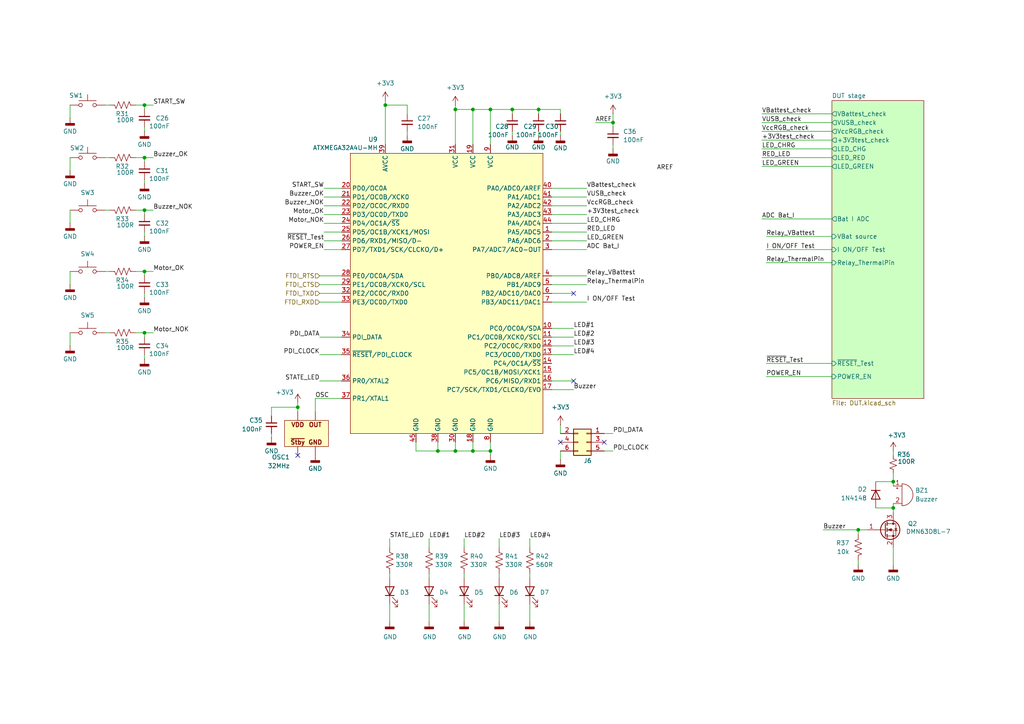
<source format=kicad_sch>
(kicad_sch (version 20250114) (generator "eeschema") (generator_version "9.0")
  (paper "A4")
  (lib_symbols
    (symbol "Connector_Generic:Conn_02x03_Odd_Even" (pin_names (offset 1.016) (hide yes))
      (property "Reference" "J" (at 1.27 5.08 0))
      (property "Value" "Conn_02x03_Odd_Even" (at 1.27 -5.08 0))
      (symbol "Conn_02x03_Odd_Even_1_1"
        (rectangle (start -1.27 3.81) (end 3.81 -3.81) (stroke (width 0.254)) (fill (type background)))
        (rectangle (start -1.27 2.667) (end 0 2.413) (stroke (width 0.1524)))
        (rectangle (start -1.27 0.127) (end 0 -0.127) (stroke (width 0.1524)))
        (rectangle (start -1.27 -2.413) (end 0 -2.667) (stroke (width 0.1524)))
        (rectangle (start 3.81 2.667) (end 2.54 2.413) (stroke (width 0.1524)))
        (rectangle (start 3.81 0.127) (end 2.54 -0.127) (stroke (width 0.1524)))
        (rectangle (start 3.81 -2.413) (end 2.54 -2.667) (stroke (width 0.1524)))
        (pin passive line (at -5.08 2.54 0) (length 3.81) (name "Pin_1") (number "1"))
        (pin passive line (at -5.08 0 0) (length 3.81) (name "Pin_3") (number "3"))
        (pin passive line (at -5.08 -2.54 0) (length 3.81) (name "Pin_5") (number "5"))
        (pin passive line (at 7.62 2.54 180) (length 3.81) (name "Pin_2") (number "2"))
        (pin passive line (at 7.62 0 180) (length 3.81) (name "Pin_4") (number "4"))
        (pin passive line (at 7.62 -2.54 180) (length 3.81) (name "Pin_6") (number "6"))
      )
    )
    (symbol "Device:Buzzer" (pin_names (offset 0.0254) (hide yes))
      (property "Reference" "BZ1" (at 3.81 1.2701 0))
      (property "Value" "Buzzer" (at 3.81 -1.2699 0))
      (symbol "Buzzer_0_1"
        (polyline (pts (xy -1.651 1.905) (xy -1.143 1.905)))
        (polyline (pts (xy -1.397 2.159) (xy -1.397 1.651)))
        (arc (start 0 3.175) (mid 3.1612 0) (end 0 -3.175))
        (polyline (pts (xy 0 3.175) (xy 0 -3.175)))
      )
      (symbol "Buzzer_1_1"
        (pin passive line (at -2.54 2.54 0) (length 2.54) (name "+") (number "1"))
        (pin passive line (at -2.54 -2.54 0) (length 2.54) (name "-") (number "2"))
        (pin passive line (at 1.27 -5.08 0) (length 2.54) (hide yes) (name "n.c.") (number "3"))
      )
    )
    (symbol "Device:C_Small" (pin_numbers (hide yes)) (pin_names (offset 0.254) (hide yes))
      (property "Reference" "C" (at 0.254 1.778 0))
      (property "Value" "C_Small" (at 0.254 -2.032 0))
      (symbol "C_Small_0_1"
        (polyline (pts (xy -1.524 0.508) (xy 1.524 0.508)) (stroke (width 0.3048)))
        (polyline (pts (xy -1.524 -0.508) (xy 1.524 -0.508)) (stroke (width 0.3302)))
      )
      (symbol "C_Small_1_1"
        (pin passive line (at 0 2.54 270) (length 2.032) (name "~") (number "1"))
        (pin passive line (at 0 -2.54 90) (length 2.032) (name "~") (number "2"))
      )
    )
    (symbol "Device:LED" (pin_numbers (hide yes)) (pin_names (offset 1.016) (hide yes))
      (property "Reference" "D" (at 0 2.54 0))
      (property "Value" "LED" (at 0 -2.54 0))
      (symbol "LED_0_1"
        (polyline (pts (xy -3.048 -0.762) (xy -4.572 -2.286) (xy -3.81 -2.286) (xy -4.572 -2.286) (xy -4.572 -1.524)))
        (polyline (pts (xy -1.778 -0.762) (xy -3.302 -2.286) (xy -2.54 -2.286) (xy -3.302 -2.286) (xy -3.302 -1.524)))
        (polyline (pts (xy -1.27 0) (xy 1.27 0)))
        (polyline (pts (xy -1.27 -1.27) (xy -1.27 1.27)) (stroke (width 0.254)))
        (polyline (pts (xy 1.27 -1.27) (xy 1.27 1.27) (xy -1.27 0) (xy 1.27 -1.27)) (stroke (width 0.254)))
      )
      (symbol "LED_1_1"
        (pin passive line (at -3.81 0 0) (length 2.54) (name "K") (number "1"))
        (pin passive line (at 3.81 0 180) (length 2.54) (name "A") (number "2"))
      )
    )
    (symbol "Device:R_Small_US" (pin_numbers (hide yes)) (pin_names (offset 0.254) (hide yes))
      (property "Reference" "R" (at 0.762 0.508 0))
      (property "Value" "R_Small_US" (at 0.762 -1.016 0))
      (symbol "R_Small_US_1_1"
        (polyline (pts (xy 0 1.524) (xy 1.016 1.143) (xy 0 0.762) (xy -1.016 0.381) (xy 0 0)))
        (polyline (pts (xy 0 0) (xy 1.016 -0.381) (xy 0 -0.762) (xy -1.016 -1.143) (xy 0 -1.524)))
        (pin passive line (at 0 2.54 270) (length 1.016) (name "~") (number "1"))
        (pin passive line (at 0 -2.54 90) (length 1.016) (name "~") (number "2"))
      )
    )
    (symbol "Device:R_US" (pin_numbers (hide yes)) (pin_names (offset 0))
      (property "Reference" "R" (at 2.54 0 90))
      (property "Value" "R_US" (at -2.54 0 90))
      (symbol "R_US_0_1"
        (polyline (pts (xy 0 2.286) (xy 0 2.54)))
        (polyline (pts (xy 0 2.286) (xy 1.016 1.905) (xy 0 1.524) (xy -1.016 1.143) (xy 0 0.762)))
        (polyline (pts (xy 0 0.762) (xy 1.016 0.381) (xy 0 0) (xy -1.016 -0.381) (xy 0 -0.762)))
        (polyline (pts (xy 0 -0.762) (xy 1.016 -1.143) (xy 0 -1.524) (xy -1.016 -1.905) (xy 0 -2.286)))
        (polyline (pts (xy 0 -2.286) (xy 0 -2.54)))
      )
      (symbol "R_US_1_1"
        (pin passive line (at 0 3.81 270) (length 1.27) (name "~") (number "1"))
        (pin passive line (at 0 -3.81 90) (length 1.27) (name "~") (number "2"))
      )
    )
    (symbol "Diode:1N4148W" (pin_numbers (hide yes)) (pin_names (hide yes))
      (property "Reference" "D" (at 0 2.54 0))
      (property "Value" "1N4148W" (at 0 -2.54 0))
      (symbol "1N4148W_0_1"
        (polyline (pts (xy -1.27 1.27) (xy -1.27 -1.27)) (stroke (width 0.254)))
        (polyline (pts (xy 1.27 1.27) (xy 1.27 -1.27) (xy -1.27 0) (xy 1.27 1.27)) (stroke (width 0.254)))
        (polyline (pts (xy 1.27 0) (xy -1.27 0)))
      )
      (symbol "1N4148W_1_1"
        (pin passive line (at -3.81 0 0) (length 2.54) (name "K") (number "1"))
        (pin passive line (at 3.81 0 180) (length 2.54) (name "A") (number "2"))
      )
    )
    (symbol "FED3 SymbLib:ATXMEGA32A4U"
      (property "Reference" "U" (at 25.0541 52.2775 0))
      (property "Value" "ATXMEGA32A4U-MH" (at 25.0541 49.8532 0))
      (symbol "ATXMEGA32A4U_1_0"
        (rectangle (start -22.86 48.26) (end 33.02 -33.02) (fill (type background)))
        (pin passive line (at -25.4 38.1 0) (length 2.54) (name "PA0/ADC0/AREF") (number "40"))
        (pin passive line (at -25.4 35.56 0) (length 2.54) (name "PA1/ADC1") (number "41"))
        (pin passive line (at -25.4 33.02 0) (length 2.54) (name "PA2/ADC2") (number "42"))
        (pin passive line (at -25.4 30.48 0) (length 2.54) (name "PA3/ADC3") (number "43"))
        (pin passive line (at -25.4 27.94 0) (length 2.54) (name "PA4/ADC4") (number "44"))
        (pin passive line (at -25.4 25.4 0) (length 2.54) (name "PA5/ADC5") (number "1"))
        (pin passive line (at -25.4 22.86 0) (length 2.54) (name "PA6/ADC6") (number "2"))
        (pin passive line (at -25.4 20.32 0) (length 2.54) (name "PA7/ADC7/AC0-OUT") (number "3"))
        (pin passive line (at -25.4 12.7 0) (length 2.54) (name "PB0/ADC8/AREF") (number "4"))
        (pin passive line (at -25.4 10.16 0) (length 2.54) (name "PB1/ADC9") (number "5"))
        (pin passive line (at -25.4 7.62 0) (length 2.54) (name "PB2/ADC10/DAC0") (number "6"))
        (pin passive line (at -25.4 5.08 0) (length 2.54) (name "PB3/ADC11/DAC1") (number "7"))
        (pin passive line (at -25.4 -2.54 0) (length 2.54) (name "PC0/OC0A/SDA") (number "10"))
        (pin passive line (at -25.4 -5.08 0) (length 2.54) (name "PC1/OC0B/XCK0/SCL") (number "11"))
        (pin passive line (at -25.4 -7.62 0) (length 2.54) (name "PC2/OC0C/RXD0") (number "12"))
        (pin passive line (at -25.4 -10.16 0) (length 2.54) (name "PC3/OC0D/TXD0") (number "13"))
        (pin passive line (at -25.4 -12.7 0) (length 2.54) (name "PC4/OC1A/~{SS}") (number "14"))
        (pin passive line (at -25.4 -15.24 0) (length 2.54) (name "PC5/OC1B/MOSI/XCK1") (number "15"))
        (pin passive line (at -25.4 -17.78 0) (length 2.54) (name "PC6/MISO/RXD1") (number "16"))
        (pin passive line (at -25.4 -20.32 0) (length 2.54) (name "PC7/SCK/TXD1/CLCKO/EVO") (number "17"))
        (pin passive line (at -7.62 50.8 270) (length 2.54) (name "VCC") (number "9"))
        (pin passive line (at -7.62 -35.56 90) (length 2.54) (name "GND") (number "8"))
        (pin passive line (at -2.54 50.8 270) (length 2.54) (name "VCC") (number "19"))
        (pin passive line (at -2.54 -35.56 90) (length 2.54) (name "GND") (number "18"))
        (pin passive line (at 2.54 50.8 270) (length 2.54) (name "VCC") (number "31"))
        (pin passive line (at 2.54 -35.56 90) (length 2.54) (name "GND") (number "30"))
        (pin passive line (at 7.62 -35.56 90) (length 2.54) (name "GND") (number "38"))
        (pin passive line (at 13.97 -35.56 90) (length 2.54) (name "GND") (number "45"))
        (pin passive line (at 22.86 50.8 270) (length 2.54) (name "AVCC") (number "39"))
        (pin passive line (at 35.56 38.1 180) (length 2.54) (name "PD0/OC0A") (number "20"))
        (pin passive line (at 35.56 35.56 180) (length 2.54) (name "PD1/OC0B/XCK0") (number "21"))
        (pin passive line (at 35.56 33.02 180) (length 2.54) (name "PD2/OC0C/RXD0") (number "22"))
        (pin passive line (at 35.56 30.48 180) (length 2.54) (name "PD3/OC0D/TXD0") (number "23"))
        (pin passive line (at 35.56 27.94 180) (length 2.54) (name "PD4/OC1A/~{SS}") (number "24"))
        (pin passive line (at 35.56 25.4 180) (length 2.54) (name "PD5/OC1B/XCK1/MOSI") (number "25"))
        (pin passive line (at 35.56 22.86 180) (length 2.54) (name "PD6/RXD1/MISO/D-") (number "26"))
        (pin passive line (at 35.56 20.32 180) (length 2.54) (name "PD7/TXD1/SCK/CLCKO/D+") (number "27"))
        (pin passive line (at 35.56 12.7 180) (length 2.54) (name "PE0/OC0A/SDA") (number "28"))
        (pin passive line (at 35.56 10.16 180) (length 2.54) (name "PE1/OC0B/XCK0/SCL") (number "29"))
        (pin passive line (at 35.56 7.62 180) (length 2.54) (name "PE2/OC0C/RXD0") (number "32"))
        (pin passive line (at 35.56 5.08 180) (length 2.54) (name "PE3/OC0D/TXD0") (number "33"))
        (pin passive line (at 35.56 -5.08 180) (length 2.54) (name "PDI_DATA") (number "34"))
        (pin passive line (at 35.56 -10.16 180) (length 2.54) (name "~{RESET}/PDI_CLOCK") (number "35"))
        (pin passive line (at 35.56 -17.78 180) (length 2.54) (name "PR0/XTAL2") (number "36"))
        (pin passive line (at 35.56 -22.86 180) (length 2.54) (name "PR1/XTAL1") (number "37"))
      )
    )
    (symbol "FED3 SymbLib:OSC_1"
      (property "Reference" "OSC1" (at 4.826 -8.128 0))
      (property "Value" "32MHz" (at 4.826 -10.668 0))
      (symbol "OSC_1_1_0"
        (rectangle (start 6.35 2.54) (end -6.35 -5.08) (fill (type background)))
        (pin passive line (at -2.54 5.08 270) (length 2.54) (name "OUT") (number "3"))
        (pin passive line (at -2.54 -7.62 90) (length 2.54) (name "GND") (number "2"))
        (pin passive line (at 2.54 5.08 270) (length 2.54) (name "VDD") (number "4"))
        (pin passive line (at 2.54 -7.62 90) (length 2.54) (name "~{Stby}") (number "1"))
      )
      (symbol "OSC_1_1_1"
        (text "OUT" (at -2.54 1.27 0) (effects (font (size 1.27 1.27) (bold yes))))
        (text "GND" (at -2.54 -3.81 0) (effects (font (size 1.27 1.27) (bold yes))))
        (text "VDD" (at 2.54 1.27 0) (effects (font (size 1.27 1.27) (bold yes))))
        (text "~{Stby}" (at 2.54 -3.81 0) (effects (font (size 1.27 1.27) (bold yes))))
      )
    )
    (symbol "Switch:SW_Push" (pin_numbers (hide yes)) (pin_names (offset 1.016) (hide yes))
      (property "Reference" "SW" (at 1.27 2.54 0))
      (property "Value" "SW_Push" (at 0 -1.524 0))
      (symbol "SW_Push_0_1"
        (circle (center -2.032 0) (radius 0.508))
        (polyline (pts (xy 0 1.27) (xy 0 3.048)))
        (circle (center 2.032 0) (radius 0.508))
        (polyline (pts (xy 2.54 1.27) (xy -2.54 1.27)))
        (pin passive line (at -5.08 0 0) (length 2.54) (name "1") (number "1"))
        (pin passive line (at 5.08 0 180) (length 2.54) (name "2") (number "2"))
      )
    )
    (symbol "Transistor_FET:IRLML2060" (pin_names (offset 0) (hide yes))
      (property "Reference" "Q?" (at -2.286 -2.54 0))
      (property "Value" "DMN63D8L-7" (at -4.064 -5.08 0))
      (symbol "IRLML2060_0_1"
        (polyline (pts (xy 0.254 1.905) (xy 0.254 -1.905)) (stroke (width 0.254)))
        (polyline (pts (xy 0.254 0) (xy -2.54 0)))
        (polyline (pts (xy 0.762 2.286) (xy 0.762 1.27)) (stroke (width 0.254)))
        (polyline (pts (xy 0.762 0.508) (xy 0.762 -0.508)) (stroke (width 0.254)))
        (polyline (pts (xy 0.762 -1.27) (xy 0.762 -2.286)) (stroke (width 0.254)))
        (polyline (pts (xy 0.762 -1.778) (xy 3.302 -1.778) (xy 3.302 1.778) (xy 0.762 1.778)))
        (polyline (pts (xy 1.016 0) (xy 2.032 0.381) (xy 2.032 -0.381) (xy 1.016 0)) (fill (type outline)))
        (circle (center 1.651 0) (radius 2.794) (stroke (width 0.254)))
        (polyline (pts (xy 2.54 2.54) (xy 2.54 1.778)))
        (circle (center 2.54 1.778) (radius 0.254) (fill (type outline)))
        (circle (center 2.54 -1.778) (radius 0.254) (fill (type outline)))
        (polyline (pts (xy 2.54 -2.54) (xy 2.54 0) (xy 0.762 0)))
        (polyline (pts (xy 2.921 0.381) (xy 3.683 0.381)))
        (polyline (pts (xy 3.302 0.381) (xy 2.921 -0.254) (xy 3.683 -0.254) (xy 3.302 0.381)))
      )
      (symbol "IRLML2060_1_1"
        (pin input line (at -5.08 0 0) (length 2.54) (name "G") (number "1"))
        (pin passive line (at 2.54 5.08 270) (length 2.54) (name "D") (number "3"))
        (pin passive line (at 2.54 -5.08 90) (length 2.54) (name "S") (number "2"))
      )
    )
    (symbol "power:+3V3" (power) (pin_numbers (hide yes)) (pin_names (offset 0) (hide yes))
      (property "Value" "+3V3" (at 0 3.556 0))
      (symbol "+3V3_0_1"
        (polyline (pts (xy -0.762 1.27) (xy 0 2.54)))
        (polyline (pts (xy 0 2.54) (xy 0.762 1.27)))
        (polyline (pts (xy 0 0) (xy 0 2.54)))
      )
      (symbol "+3V3_1_1"
        (pin power_in line (at 0 0 90) (length 0) (name "~") (number "1"))
      )
    )
    (symbol "power:GNDD" (power) (pin_numbers (hide yes)) (pin_names (offset 0) (hide yes))
      (property "Value" "GNDD" (at 0 -3.175 0))
      (symbol "GNDD_0_1"
        (rectangle (start -1.27 -1.524) (end 1.27 -2.032) (stroke (width 0.254)) (fill (type outline)))
        (polyline (pts (xy 0 0) (xy 0 -1.524)))
      )
      (symbol "GNDD_1_1"
        (pin power_in line (at 0 0 270) (length 0) (name "~") (number "1"))
      )
    )
  )
  (junction (at 248.92 153.67))
  (junction (at 41.91 45.72))
  (junction (at 156.21 31.75))
  (junction (at 259.08 139.7))
  (junction (at 259.08 147.32))
  (junction (at 132.08 31.75))
  (junction (at 111.76 30.48))
  (junction (at 132.08 130.81))
  (junction (at 41.91 96.52))
  (junction (at 142.24 130.81))
  (junction (at 41.91 60.96))
  (junction (at 41.91 78.74))
  (junction (at 177.8 35.56))
  (junction (at 142.24 31.75))
  (junction (at 41.91 30.48))
  (junction (at 86.36 118.11))
  (junction (at 127 130.81))
  (junction (at 137.16 130.81))
  (junction (at 137.16 31.75))
  (junction (at 148.59 31.75))
  (no_connect (at 166.37 85.09))
  (no_connect (at 162.56 128.27))
  (no_connect (at 175.26 128.27))
  (no_connect (at 166.37 110.49))
  (no_connect (at 86.36 132.08))
  (wire (pts (xy 99.06 87.63) (xy 92.71 87.63)))
  (wire (pts (xy 153.67 180.34) (xy 153.67 175.26)))
  (wire (pts (xy 124.46 156.21) (xy 124.46 158.75)))
  (wire (pts (xy 93.98 69.85) (xy 99.06 69.85)))
  (wire (pts (xy 156.21 33.02) (xy 156.21 31.75)))
  (wire (pts (xy 91.44 115.57) (xy 91.44 119.38)))
  (wire (pts (xy 259.08 137.16) (xy 259.08 139.7)))
  (wire (pts (xy 99.06 97.79) (xy 92.71 97.79)))
  (wire (pts (xy 132.08 31.75) (xy 132.08 41.91)))
  (wire (pts (xy 162.56 39.37) (xy 162.56 38.1)))
  (wire (pts (xy 113.03 180.34) (xy 113.03 175.26)))
  (wire (pts (xy 170.18 80.01) (xy 160.02 80.01)))
  (wire (pts (xy 93.98 67.31) (xy 99.06 67.31)))
  (wire (pts (xy 120.65 128.27) (xy 120.65 130.81)))
  (wire (pts (xy 162.56 130.81) (xy 162.56 133.35)))
  (wire (pts (xy 124.46 180.34) (xy 124.46 175.26)))
  (wire (pts (xy 137.16 128.27) (xy 137.16 130.81)))
  (wire (pts (xy 160.02 113.03) (xy 166.37 113.03)))
  (wire (pts (xy 222.25 76.2) (xy 241.3 76.2)))
  (wire (pts (xy 120.65 130.81) (xy 127 130.81)))
  (wire (pts (xy 41.91 45.72) (xy 44.45 45.72)))
  (wire (pts (xy 177.8 125.73) (xy 175.26 125.73)))
  (wire (pts (xy 41.91 60.96) (xy 41.91 62.23)))
  (wire (pts (xy 170.18 62.23) (xy 160.02 62.23)))
  (wire (pts (xy 41.91 30.48) (xy 41.91 31.75)))
  (wire (pts (xy 166.37 95.25) (xy 160.02 95.25)))
  (wire (pts (xy 99.06 80.01) (xy 92.71 80.01)))
  (wire (pts (xy 156.21 31.75) (xy 162.56 31.75)))
  (wire (pts (xy 39.37 78.74) (xy 41.91 78.74)))
  (wire (pts (xy 220.98 45.72) (xy 241.3 45.72)))
  (wire (pts (xy 238.76 153.67) (xy 248.92 153.67)))
  (wire (pts (xy 118.11 33.02) (xy 118.11 30.48)))
  (wire (pts (xy 92.71 110.49) (xy 99.06 110.49)))
  (wire (pts (xy 153.67 156.21) (xy 153.67 158.75)))
  (wire (pts (xy 41.91 104.14) (xy 41.91 102.87)))
  (wire (pts (xy 132.08 128.27) (xy 132.08 130.81)))
  (wire (pts (xy 93.98 59.69) (xy 99.06 59.69)))
  (wire (pts (xy 118.11 38.1) (xy 118.11 39.37)))
  (wire (pts (xy 148.59 31.75) (xy 142.24 31.75)))
  (wire (pts (xy 222.25 72.39) (xy 241.3 72.39)))
  (wire (pts (xy 20.32 60.96) (xy 20.32 64.77)))
  (wire (pts (xy 148.59 31.75) (xy 156.21 31.75)))
  (wire (pts (xy 132.08 130.81) (xy 137.16 130.81)))
  (wire (pts (xy 222.25 105.41) (xy 241.3 105.41)))
  (wire (pts (xy 177.8 35.56) (xy 177.8 36.83)))
  (wire (pts (xy 259.08 163.83) (xy 259.08 158.75)))
  (wire (pts (xy 220.98 63.5) (xy 241.3 63.5)))
  (wire (pts (xy 220.98 40.64) (xy 241.3 40.64)))
  (wire (pts (xy 170.18 82.55) (xy 160.02 82.55)))
  (wire (pts (xy 41.91 86.36) (xy 41.91 85.09)))
  (wire (pts (xy 134.62 166.37) (xy 134.62 167.64)))
  (wire (pts (xy 86.36 116.84) (xy 86.36 118.11)))
  (wire (pts (xy 41.91 53.34) (xy 41.91 52.07)))
  (wire (pts (xy 93.98 62.23) (xy 99.06 62.23)))
  (wire (pts (xy 172.72 35.56) (xy 177.8 35.56)))
  (wire (pts (xy 166.37 85.09) (xy 160.02 85.09)))
  (wire (pts (xy 144.78 180.34) (xy 144.78 175.26)))
  (wire (pts (xy 39.37 96.52) (xy 41.91 96.52)))
  (wire (pts (xy 177.8 33.02) (xy 177.8 35.56)))
  (wire (pts (xy 220.98 38.1) (xy 241.3 38.1)))
  (wire (pts (xy 20.32 96.52) (xy 20.32 100.33)))
  (wire (pts (xy 177.8 130.81) (xy 175.26 130.81)))
  (wire (pts (xy 170.18 87.63) (xy 160.02 87.63)))
  (wire (pts (xy 41.91 38.1) (xy 41.91 36.83)))
  (wire (pts (xy 254 139.7) (xy 259.08 139.7)))
  (wire (pts (xy 93.98 57.15) (xy 99.06 57.15)))
  (wire (pts (xy 39.37 45.72) (xy 41.91 45.72)))
  (wire (pts (xy 170.18 57.15) (xy 160.02 57.15)))
  (wire (pts (xy 170.18 69.85) (xy 160.02 69.85)))
  (wire (pts (xy 99.06 102.87) (xy 92.71 102.87)))
  (wire (pts (xy 99.06 85.09) (xy 92.71 85.09)))
  (wire (pts (xy 20.32 78.74) (xy 20.32 82.55)))
  (wire (pts (xy 113.03 166.37) (xy 113.03 167.64)))
  (wire (pts (xy 41.91 45.72) (xy 41.91 46.99)))
  (wire (pts (xy 41.91 96.52) (xy 44.45 96.52)))
  (wire (pts (xy 111.76 30.48) (xy 111.76 41.91)))
  (wire (pts (xy 144.78 166.37) (xy 144.78 167.64)))
  (wire (pts (xy 162.56 33.02) (xy 162.56 31.75)))
  (wire (pts (xy 41.91 60.96) (xy 44.45 60.96)))
  (wire (pts (xy 144.78 156.21) (xy 144.78 158.75)))
  (wire (pts (xy 111.76 29.21) (xy 111.76 30.48)))
  (wire (pts (xy 148.59 33.02) (xy 148.59 31.75)))
  (wire (pts (xy 142.24 128.27) (xy 142.24 130.81)))
  (wire (pts (xy 166.37 97.79) (xy 160.02 97.79)))
  (wire (pts (xy 259.08 147.32) (xy 259.08 148.59)))
  (wire (pts (xy 142.24 31.75) (xy 137.16 31.75)))
  (wire (pts (xy 170.18 72.39) (xy 160.02 72.39)))
  (wire (pts (xy 248.92 153.67) (xy 251.46 153.67)))
  (wire (pts (xy 99.06 82.55) (xy 92.71 82.55)))
  (wire (pts (xy 142.24 31.75) (xy 142.24 41.91)))
  (wire (pts (xy 162.56 123.19) (xy 162.56 125.73)))
  (wire (pts (xy 41.91 96.52) (xy 41.91 97.79)))
  (wire (pts (xy 166.37 110.49) (xy 160.02 110.49)))
  (wire (pts (xy 41.91 78.74) (xy 44.45 78.74)))
  (wire (pts (xy 30.48 60.96) (xy 31.75 60.96)))
  (wire (pts (xy 259.08 139.7) (xy 259.08 140.97)))
  (wire (pts (xy 41.91 30.48) (xy 44.45 30.48)))
  (wire (pts (xy 170.18 59.69) (xy 160.02 59.69)))
  (wire (pts (xy 111.76 30.48) (xy 118.11 30.48)))
  (wire (pts (xy 220.98 35.56) (xy 241.3 35.56)))
  (wire (pts (xy 177.8 43.18) (xy 177.8 41.91)))
  (wire (pts (xy 259.08 130.81) (xy 259.08 132.08)))
  (wire (pts (xy 153.67 166.37) (xy 153.67 167.64)))
  (wire (pts (xy 30.48 30.48) (xy 31.75 30.48)))
  (wire (pts (xy 99.06 115.57) (xy 91.44 115.57)))
  (wire (pts (xy 134.62 180.34) (xy 134.62 175.26)))
  (wire (pts (xy 259.08 147.32) (xy 259.08 146.05)))
  (wire (pts (xy 127 130.81) (xy 132.08 130.81)))
  (wire (pts (xy 30.48 96.52) (xy 31.75 96.52)))
  (wire (pts (xy 222.25 109.22) (xy 241.3 109.22)))
  (wire (pts (xy 220.98 43.18) (xy 241.3 43.18)))
  (wire (pts (xy 142.24 130.81) (xy 142.24 132.08)))
  (wire (pts (xy 137.16 130.81) (xy 142.24 130.81)))
  (wire (pts (xy 20.32 45.72) (xy 20.32 49.53)))
  (wire (pts (xy 30.48 78.74) (xy 31.75 78.74)))
  (wire (pts (xy 78.74 118.11) (xy 78.74 120.65)))
  (wire (pts (xy 30.48 45.72) (xy 31.75 45.72)))
  (wire (pts (xy 86.36 118.11) (xy 86.36 119.38)))
  (wire (pts (xy 148.59 39.37) (xy 148.59 38.1)))
  (wire (pts (xy 222.25 68.58) (xy 241.3 68.58)))
  (wire (pts (xy 166.37 102.87) (xy 160.02 102.87)))
  (wire (pts (xy 254 147.32) (xy 259.08 147.32)))
  (wire (pts (xy 220.98 33.02) (xy 241.3 33.02)))
  (wire (pts (xy 166.37 100.33) (xy 160.02 100.33)))
  (wire (pts (xy 93.98 72.39) (xy 99.06 72.39)))
  (wire (pts (xy 39.37 30.48) (xy 41.91 30.48)))
  (wire (pts (xy 39.37 60.96) (xy 41.91 60.96)))
  (wire (pts (xy 20.32 30.48) (xy 20.32 34.29)))
  (wire (pts (xy 127 128.27) (xy 127 130.81)))
  (wire (pts (xy 78.74 125.73) (xy 78.74 127)))
  (wire (pts (xy 93.98 54.61) (xy 99.06 54.61)))
  (wire (pts (xy 220.98 48.26) (xy 241.3 48.26)))
  (wire (pts (xy 170.18 67.31) (xy 160.02 67.31)))
  (wire (pts (xy 156.21 39.37) (xy 156.21 38.1)))
  (wire (pts (xy 93.98 64.77) (xy 99.06 64.77)))
  (wire (pts (xy 248.92 163.83) (xy 248.92 162.56)))
  (wire (pts (xy 41.91 68.58) (xy 41.91 67.31)))
  (wire (pts (xy 124.46 166.37) (xy 124.46 167.64)))
  (wire (pts (xy 248.92 154.94) (xy 248.92 153.67)))
  (wire (pts (xy 113.03 156.21) (xy 113.03 158.75)))
  (wire (pts (xy 170.18 54.61) (xy 160.02 54.61)))
  (wire (pts (xy 134.62 156.21) (xy 134.62 158.75)))
  (wire (pts (xy 132.08 30.48) (xy 132.08 31.75)))
  (wire (pts (xy 41.91 78.74) (xy 41.91 80.01)))
  (wire (pts (xy 86.36 118.11) (xy 78.74 118.11)))
  (wire (pts (xy 170.18 64.77) (xy 160.02 64.77)))
  (wire (pts (xy 137.16 31.75) (xy 132.08 31.75)))
  (wire (pts (xy 137.16 31.75) (xy 137.16 41.91)))
  (label "OSC" (at 91.44 115.57 0))
  (label "Motor_NOK" (at 93.98 64.77 180))
  (label "LED#4" (at 166.37 102.87 0))
  (label "LED#4" (at 153.67 156.21 0))
  (label "PDI_CLOCK" (at 177.8 130.81 0))
  (label "~{RESET}_Test" (at 93.98 69.85 180))
  (label "Buzzer" (at 238.76 153.67 0))
  (label "Buzzer_NOK" (at 44.45 60.96 0))
  (label "Buzzer_NOK" (at 93.98 59.69 180))
  (label "LED#1" (at 166.37 95.25 0))
  (label "RED_LED" (at 220.98 45.72 0))
  (label "ADC Bat_I" (at 170.18 72.39 0))
  (label "STATE_LED" (at 113.03 156.21 0))
  (label "STATE_LED" (at 92.71 110.49 180))
  (label "LED#3" (at 166.37 100.33 0))
  (label "Motor_OK" (at 93.98 62.23 180))
  (label "I ON{slash}OFF Test" (at 170.18 87.63 0))
  (label "+3V3test_check" (at 170.18 62.23 0))
  (label "START_SW" (at 44.45 30.48 0))
  (label "PDI_CLOCK" (at 92.71 102.87 180))
  (label "+3V3test_check" (at 220.98 40.64 0))
  (label "Buzzer_OK" (at 93.98 57.15 180))
  (label "Relay_ThermalPin" (at 222.25 76.2 0))
  (label "LED_CHRG" (at 220.98 43.18 0))
  (label "LED#3" (at 144.78 156.21 0))
  (label "POWER_EN" (at 93.98 72.39 180))
  (label "VBattest_check" (at 220.98 33.02 0))
  (label "RED_LED" (at 170.18 67.31 0))
  (label "I ON{slash}OFF Test" (at 222.25 72.39 0))
  (label "Relay_ThermalPin" (at 170.18 82.55 0))
  (label "LED_GREEN" (at 220.98 48.26 0))
  (label "~{RESET}_Test" (at 222.25 105.41 0))
  (label "VccRGB_check" (at 170.18 59.69 0))
  (label "ADC Bat_I" (at 220.98 63.5 0))
  (label "PDI_DATA" (at 92.71 97.79 180))
  (label "LED#2" (at 134.62 156.21 0))
  (label "VUSB_check" (at 170.18 57.15 0))
  (label "Motor_OK" (at 44.45 78.74 0))
  (label "AREF" (at 172.72 35.56 0))
  (label "Relay_VBattest" (at 170.18 80.01 0))
  (label "LED#2" (at 166.37 97.79 0))
  (label "Motor_NOK" (at 44.45 96.52 0))
  (label "Buzzer_OK" (at 44.45 45.72 0))
  (label "VccRGB_check" (at 220.98 38.1 0))
  (label "VBattest_check" (at 170.18 54.61 0))
  (label "VUSB_check" (at 220.98 35.56 0))
  (label "Relay_VBattest" (at 222.25 68.58 0))
  (label "PDI_DATA" (at 177.8 125.73 0))
  (label "Buzzer" (at 166.37 113.03 0))
  (label "LED_CHRG" (at 170.18 64.77 0))
  (label "AREF" (at 190.5 49.53 0))
  (label "START_SW" (at 93.98 54.61 180))
  (label "LED_GREEN" (at 170.18 69.85 0))
  (label "LED#1" (at 124.46 156.21 0))
  (label "POWER_EN" (at 222.25 109.22 0))
  (hierarchical_label "FTDI_RXD" (shape input) (at 92.71 87.63 180))
  (hierarchical_label "FTDI_RTS" (shape input) (at 92.71 80.01 180))
  (hierarchical_label "FTDI_TXD" (shape input) (at 92.71 85.09 180))
  (hierarchical_label "FTDI_CTS" (shape input) (at 92.71 82.55 180))
  (symbol (lib_id "Device:R_US") (at 35.56 60.96 270) (mirror x) (unit 1)
    (property "Reference" "R33" (at 33.528 63.5 90) (effects (justify left)))
    (property "Value" "100R" (at 33.782 65.278 90) (effects (justify left)))
    (property "Footprint" "Resistor_SMD:R_0402_1005Metric" (effects (hide yes)))
    (property "Description" "SMD 0402 10kΩ ±1% 0.063W" (effects (hide yes)))
    (property "MPN" "CRCW040210K0FKED" (effects (hide yes)))
    (property "OEPSPN" "OEPS020030" (effects (hide yes)))
  )
  (symbol (lib_id "Switch:SW_Push") (at 25.4 45.72 0) (unit 1)
    (property "Reference" "SW2" (at 22.352 42.926 0))
    (property "Value" "SW_SPST" (effects (hide yes)))
    (property "Footprint" "Button_Switch_SMD:SW_SPST_TL3305B" (effects (hide yes)))
    (property "Description" "Push button switch" (effects (hide yes)))
    (property "MPN" "TL3305BF260QG" (effects (hide yes)))
    (property "OEPSPN" "OEPS100061" (effects (hide yes)))
  )
  (symbol (lib_id "Switch:SW_Push") (at 25.4 60.96 0) (unit 1)
    (property "Reference" "SW3" (at 25.4 55.88 0))
    (property "Value" "SW_SPST" (effects (hide yes)))
    (property "Footprint" "Button_Switch_SMD:SW_SPST_TL3305B" (effects (hide yes)))
    (property "Description" "Push button switch" (effects (hide yes)))
    (property "MPN" "TL3305BF260QG" (effects (hide yes)))
    (property "OEPSPN" "OEPS100061" (effects (hide yes)))
  )
  (symbol (lib_id "Device:LED") (at 113.03 171.45 90) (unit 1)
    (property "Reference" "D3" (at 115.951 171.8253 90) (effects (justify right)))
    (property "Value" "Green LED" (effects (hide yes)))
    (property "Footprint" "LED_SMD:LED_0603_1608Metric" (effects (hide yes)))
    (property "Description" "LED 0603 Green 571nm 20mA" (effects (hide yes)))
    (property "MPN" "LTST-C191KGKT" (effects (hide yes)))
    (property "OEPSPN" "OEPS030005 " (effects (hide yes)))
  )
  (symbol (lib_id "Device:R_US") (at 124.46 162.56 180) (unit 1)
    (property "Reference" "R39" (at 126.111 161.3478 0) (effects (justify right)))
    (property "Value" "330R" (at 126.111 163.7721 0) (effects (justify right)))
    (property "Footprint" "Resistor_SMD:R_0402_1005Metric" (effects (hide yes)))
    (property "Description" "Resistor, small US symbol" (effects (hide yes)))
    (property "MPN" "CRCW0402330RFKEDHP" (effects (hide yes)))
    (property "OEPSPN" "OEPS020191" (effects (hide yes)))
  )
  (symbol (lib_id "power:GNDD") (at 91.44 132.08 0) (mirror y) (unit 1)
    (property "Reference" "#PWR081" (effects (hide yes)))
    (property "Value" "GND" (at 91.44 135.89 0))
    (property "Description" "Power symbol creates a global label with name \"GNDD\" , digital ground" (effects (hide yes)))
  )
  (symbol (lib_id "Switch:SW_Push") (at 25.4 96.52 0) (unit 1)
    (property "Reference" "SW5" (at 25.4 91.44 0))
    (property "Value" "SW_SPST" (effects (hide yes)))
    (property "Footprint" "Button_Switch_SMD:SW_SPST_TL3305B" (effects (hide yes)))
    (property "Description" "Push button switch" (effects (hide yes)))
    (property "MPN" "TL3305BF260QG" (effects (hide yes)))
    (property "OEPSPN" "OEPS100061" (effects (hide yes)))
  )
  (symbol (lib_id "power:GNDD") (at 124.46 180.34 0) (unit 1)
    (property "Reference" "#PWR087" (effects (hide yes)))
    (property "Value" "GND" (at 124.587 184.7342 0))
    (property "Description" "Power symbol creates a global label with name \"GNDD\" , digital ground" (effects (hide yes)))
  )
  (symbol (lib_id "Device:C_Small") (at 41.91 64.77 0) (mirror y) (unit 1)
    (property "Reference" "C32" (at 49.022 64.77 0) (effects (justify left)))
    (property "Value" "100nF" (at 49.276 67.056 0) (effects (justify left)))
    (property "Footprint" "Capacitor_SMD:C_0402_1005Metric_Pad0.74x0.62mm_HandSolder" (effects (hide yes)))
    (property "Description" "Unpolarized capacitor, small symbol" (effects (hide yes)))
    (property "MPN" "C1005X7R1E104K050BB" (effects (hide yes)))
    (property "OEPSPN" "OEPS010050" (effects (hide yes)))
  )
  (symbol (lib_id "Device:C_Small") (at 41.91 49.53 0) (mirror y) (unit 1)
    (property "Reference" "C31" (at 49.022 49.53 0) (effects (justify left)))
    (property "Value" "100nF" (at 49.276 51.816 0) (effects (justify left)))
    (property "Footprint" "Capacitor_SMD:C_0402_1005Metric_Pad0.74x0.62mm_HandSolder" (effects (hide yes)))
    (property "Description" "Unpolarized capacitor, small symbol" (effects (hide yes)))
    (property "MPN" "C1005X7R1E104K050BB" (effects (hide yes)))
    (property "OEPSPN" "OEPS010050" (effects (hide yes)))
  )
  (symbol (lib_id "power:GNDD") (at 20.32 34.29 0) (mirror y) (unit 1)
    (property "Reference" "#PWR063" (effects (hide yes)))
    (property "Value" "GND" (at 20.32 38.1 0))
    (property "Description" "Power symbol creates a global label with name \"GNDD\" , digital ground" (effects (hide yes)))
  )
  (symbol (lib_id "Device:C_Small") (at 41.91 100.33 0) (mirror y) (unit 1)
    (property "Reference" "C34" (at 49.022 100.33 0) (effects (justify left)))
    (property "Value" "100nF" (at 49.276 102.616 0) (effects (justify left)))
    (property "Footprint" "Capacitor_SMD:C_0402_1005Metric_Pad0.74x0.62mm_HandSolder" (effects (hide yes)))
    (property "Description" "Unpolarized capacitor, small symbol" (effects (hide yes)))
    (property "MPN" "C1005X7R1E104K050BB" (effects (hide yes)))
    (property "OEPSPN" "OEPS010050" (effects (hide yes)))
  )
  (symbol (lib_id "power:GNDD") (at 177.8 43.18 0) (mirror y) (unit 1)
    (property "Reference" "#PWR095" (effects (hide yes)))
    (property "Value" "GND" (at 177.8 46.736 0))
    (property "Description" "Power symbol creates a global label with name \"GNDD\" , digital ground" (effects (hide yes)))
  )
  (symbol (lib_id "power:GNDD") (at 248.92 163.83 0) (unit 1)
    (property "Reference" "#PWR084" (effects (hide yes)))
    (property "Value" "GND" (at 248.92 167.767 0))
    (property "Description" "Power symbol creates a global label with name \"GNDD\" , digital ground" (effects (hide yes)))
  )
  (symbol (lib_id "Device:LED") (at 134.62 171.45 90) (unit 1)
    (property "Reference" "D5" (at 137.541 171.8253 90) (effects (justify right)))
    (property "Value" "Green LED" (effects (hide yes)))
    (property "Footprint" "LED_SMD:LED_0603_1608Metric" (effects (hide yes)))
    (property "Description" "LED 0603 Green 571nm 20mA" (effects (hide yes)))
    (property "MPN" "LTST-C191KGKT" (effects (hide yes)))
    (property "OEPSPN" "OEPS030005 " (effects (hide yes)))
  )
  (symbol (lib_id "Device:LED") (at 153.67 171.45 90) (unit 1)
    (property "Reference" "D7" (at 156.591 171.8253 90) (effects (justify right)))
    (property "Value" "Green LED" (effects (hide yes)))
    (property "Footprint" "LED_SMD:LED_0603_1608Metric" (effects (hide yes)))
    (property "Description" "LED 0603 Green 571nm 20mA" (effects (hide yes)))
    (property "MPN" "LTST-C191KGKT" (effects (hide yes)))
    (property "OEPSPN" "OEPS030005" (effects (hide yes)))
  )
  (symbol (lib_id "Device:R_US") (at 35.56 96.52 270) (mirror x) (unit 1)
    (property "Reference" "R35" (at 33.528 99.06 90) (effects (justify left)))
    (property "Value" "100R" (at 33.782 100.838 90) (effects (justify left)))
    (property "Footprint" "Resistor_SMD:R_0402_1005Metric" (effects (hide yes)))
    (property "Description" "SMD 0402 10kΩ ±1% 0.063W" (effects (hide yes)))
    (property "MPN" "CRCW040210K0FKED" (effects (hide yes)))
    (property "OEPSPN" "OEPS020030" (effects (hide yes)))
  )
  (symbol (lib_id "Device:R_US") (at 248.92 158.75 0) (mirror x) (unit 1)
    (property "Reference" "R37" (at 246.38 157.4799 0) (effects (justify right)))
    (property "Value" "10k" (at 246.38 160.0199 0) (effects (justify right)))
    (property "Footprint" "Resistor_SMD:R_0402_1005Metric" (effects (hide yes)))
    (property "Description" "SMD 0402 10kΩ ±0.1% 0.063W" (effects (hide yes)))
    (property "MPN" "OEPS020043" (effects (hide yes)))
    (property "OEPSPN" "CPF0402B10KE1" (effects (hide yes)))
  )
  (symbol (lib_id "power:GNDD") (at 156.21 39.37 0) (mirror y) (unit 1)
    (property "Reference" "#PWR067" (effects (hide yes)))
    (property "Value" "GND" (at 156.21 42.672 0))
    (property "Description" "Power symbol creates a global label with name \"GNDD\" , digital ground" (effects (hide yes)))
  )
  (symbol (lib_id "Device:C_Small") (at 162.56 35.56 0) (mirror y) (unit 1)
    (property "Reference" "C30" (at 162.052 36.6917 0) (effects (justify left)))
    (property "Value" "100nF" (at 162.052 39.116 0) (effects (justify left)))
    (property "Footprint" "Capacitor_SMD:C_0402_1005Metric_Pad0.74x0.62mm_HandSolder" (effects (hide yes)))
    (property "Description" "Unpolarized capacitor, small symbol" (effects (hide yes)))
    (property "MPN" "C1005X7R1E104K050BB" (effects (hide yes)))
    (property "OEPSPN" "OEPS010050" (effects (hide yes)))
  )
  (symbol (lib_id "power:+3V3") (at 86.36 116.84 0) (mirror y) (unit 1)
    (property "Reference" "#PWR077" (effects (hide yes)))
    (property "Value" "+3V3" (at 82.55 113.792 0))
    (property "Description" "Power symbol creates a global label with name \"+3V3\"" (effects (hide yes)))
  )
  (symbol (lib_id "power:GNDD") (at 41.91 68.58 0) (unit 1)
    (property "Reference" "#PWR072" (effects (hide yes)))
    (property "Value" "GND" (at 41.91 72.39 0))
    (property "Description" "Power symbol creates a global label with name \"GNDD\" , digital ground" (effects (hide yes)))
  )
  (symbol (lib_id "power:GNDD") (at 20.32 64.77 0) (mirror y) (unit 1)
    (property "Reference" "#PWR071" (effects (hide yes)))
    (property "Value" "GND" (at 20.32 68.58 0))
    (property "Description" "Power symbol creates a global label with name \"GNDD\" , digital ground" (effects (hide yes)))
  )
  (symbol (lib_id "Device:R_US") (at 35.56 78.74 270) (mirror x) (unit 1)
    (property "Reference" "R34" (at 33.528 81.28 90) (effects (justify left)))
    (property "Value" "100R" (at 33.782 83.058 90) (effects (justify left)))
    (property "Footprint" "Resistor_SMD:R_0402_1005Metric" (effects (hide yes)))
    (property "Description" "SMD 0402 10kΩ ±1% 0.063W" (effects (hide yes)))
    (property "MPN" "CRCW040210K0FKED" (effects (hide yes)))
    (property "OEPSPN" "OEPS020030" (effects (hide yes)))
  )
  (symbol (lib_id "power:GNDD") (at 142.24 132.08 0) (mirror y) (unit 1)
    (property "Reference" "#PWR082" (effects (hide yes)))
    (property "Value" "GND" (at 142.24 135.89 0))
    (property "Description" "Power symbol creates a global label with name \"GNDD\" , digital ground" (effects (hide yes)))
  )
  (symbol (lib_id "power:GNDD") (at 41.91 86.36 0) (unit 1)
    (property "Reference" "#PWR074" (effects (hide yes)))
    (property "Value" "GND" (at 41.91 90.17 0))
    (property "Description" "Power symbol creates a global label with name \"GNDD\" , digital ground" (effects (hide yes)))
  )
  (symbol (lib_id "FED3 SymbLib:ATXMEGA32A4U") (at 134.62 92.71 0) (mirror y) (unit 1)
    (property "Reference" "U9" (at 109.5659 40.4325 0) (effects (justify left)))
    (property "Value" "ATXMEGA32A4U-MH" (at 109.5659 42.8568 0) (effects (justify left)))
    (property "Footprint" "Package_DFN_QFN:QFN-44-1EP_7x7mm_P0.5mm_EP5.2x5.2mm" (effects (hide yes)))
    (property "Description" "MCU ATXMEGA A4U 8bits 32KB" (effects (hide yes)))
    (property "MPN" "ATXMEGA32A4U-MHR" (effects (hide yes)))
    (property "OEPSPN" "OEPS080116" (effects (hide yes)))
  )
  (symbol (lib_id "power:GNDD") (at 162.56 133.35 0) (unit 1)
    (property "Reference" "#PWR083" (effects (hide yes)))
    (property "Value" "GND" (at 162.56 137.287 0))
    (property "Description" "Power symbol creates a global label with name \"GNDD\" , digital ground" (effects (hide yes)))
  )
  (symbol (lib_id "power:GNDD") (at 20.32 82.55 0) (mirror y) (unit 1)
    (property "Reference" "#PWR073" (effects (hide yes)))
    (property "Value" "GND" (at 20.32 86.36 0))
    (property "Description" "Power symbol creates a global label with name \"GNDD\" , digital ground" (effects (hide yes)))
  )
  (symbol (lib_id "Device:C_Small") (at 78.74 123.19 0) (unit 1)
    (property "Reference" "C35" (at 76.2 121.9262 0) (effects (justify right)))
    (property "Value" "100nF" (at 76.2 124.4662 0) (effects (justify right)))
    (property "Footprint" "Capacitor_SMD:C_0402_1005Metric_Pad0.74x0.62mm_HandSolder" (effects (hide yes)))
    (property "Description" "Unpolarized capacitor, small symbol" (effects (hide yes)))
    (property "MPN" "C1005X7R1E104K050BB" (effects (hide yes)))
    (property "OEPSPN" "OEPS010050" (effects (hide yes)))
  )
  (symbol (lib_id "Device:R_US") (at 153.67 162.56 180) (unit 1)
    (property "Reference" "R42" (at 155.321 161.3478 0) (effects (justify right)))
    (property "Value" "560R" (at 155.321 163.7721 0) (effects (justify right)))
    (property "Footprint" "Resistor_SMD:R_0402_1005Metric" (effects (hide yes)))
    (property "Description" "Resistor, small US symbol" (effects (hide yes)))
    (property "MPN" "CRCW0402560RFKED" (effects (hide yes)))
    (property "OEPSPN" "OEPS020193" (effects (hide yes)))
  )
  (symbol (lib_id "Diode:1N4148W") (at 254 143.51 270) (unit 1)
    (property "Reference" "D2" (at 251.46 141.9224 90) (effects (justify right)))
    (property "Value" "1N4148" (at 251.46 144.4624 90) (effects (justify right)))
    (property "Footprint" "Diode_SMD:D_SOD-123" (effects (hide yes)))
    (property "Datasheet" "https://www.vishay.com/docs/85748/1n4148w.pdf" (effects (hide yes)))
    (property "Description" "75V 0.15A Fast Switching Diode, SOD-123" (effects (hide yes)))
    (property "OEPSPN" "OEPS030017" (effects (hide yes)))
    (property "MPN" "1N4148WX-TP" (effects (hide yes)))
  )
  (symbol (lib_id "power:GNDD") (at 41.91 104.14 0) (unit 1)
    (property "Reference" "#PWR076" (effects (hide yes)))
    (property "Value" "GND" (at 41.91 107.95 0))
    (property "Description" "Power symbol creates a global label with name \"GNDD\" , digital ground" (effects (hide yes)))
  )
  (symbol (lib_id "Device:R_US") (at 134.62 162.56 180) (unit 1)
    (property "Reference" "R40" (at 136.271 161.3478 0) (effects (justify right)))
    (property "Value" "330R" (at 136.271 163.7721 0) (effects (justify right)))
    (property "Footprint" "Resistor_SMD:R_0402_1005Metric" (effects (hide yes)))
    (property "Description" "Resistor, small US symbol" (effects (hide yes)))
    (property "MPN" "CRCW0402330RFKEDHP" (effects (hide yes)))
    (property "OEPSPN" "OEPS020191" (effects (hide yes)))
  )
  (symbol (lib_id "Switch:SW_Push") (at 25.4 78.74 0) (unit 1)
    (property "Reference" "SW4" (at 25.4 73.66 0))
    (property "Value" "SW_SPST" (effects (hide yes)))
    (property "Footprint" "Button_Switch_SMD:SW_SPST_TL3305B" (effects (hide yes)))
    (property "Description" "Push button switch" (effects (hide yes)))
    (property "MPN" "TL3305BF260QG" (effects (hide yes)))
    (property "OEPSPN" "OEPS100061" (effects (hide yes)))
  )
  (symbol (lib_id "Device:C_Small") (at 156.21 35.56 0) (mirror y) (unit 1)
    (property "Reference" "C29" (at 155.702 36.6917 0) (effects (justify left)))
    (property "Value" "100nF" (at 155.702 39.116 0) (effects (justify left)))
    (property "Footprint" "Capacitor_SMD:C_0402_1005Metric_Pad0.74x0.62mm_HandSolder" (effects (hide yes)))
    (property "Description" "Unpolarized capacitor, small symbol" (effects (hide yes)))
    (property "MPN" "C1005X7R1E104K050BB" (effects (hide yes)))
    (property "OEPSPN" "OEPS010050" (effects (hide yes)))
  )
  (symbol (lib_id "power:+3V3") (at 162.56 123.19 0) (unit 1)
    (property "Reference" "#PWR078" (effects (hide yes)))
    (property "Value" "+3V3" (at 162.56 118.11 0))
    (property "Description" "Power symbol creates a global label with name \"+3V3\"" (effects (hide yes)))
  )
  (symbol (lib_id "power:GNDD") (at 134.62 180.34 0) (unit 1)
    (property "Reference" "#PWR088" (effects (hide yes)))
    (property "Value" "GND" (at 134.747 184.7342 0))
    (property "Description" "Power symbol creates a global label with name \"GNDD\" , digital ground" (effects (hide yes)))
  )
  (symbol (lib_id "power:GNDD") (at 113.03 180.34 0) (unit 1)
    (property "Reference" "#PWR086" (effects (hide yes)))
    (property "Value" "GND" (at 113.157 184.7342 0))
    (property "Description" "Power symbol creates a global label with name \"GNDD\" , digital ground" (effects (hide yes)))
  )
  (symbol (lib_id "power:GNDD") (at 259.08 163.83 0) (unit 1)
    (property "Reference" "#PWR085" (effects (hide yes)))
    (property "Value" "GND" (at 259.08 167.767 0))
    (property "Description" "Power symbol creates a global label with name \"GNDD\" , digital ground" (effects (hide yes)))
  )
  (symbol (lib_id "power:GNDD") (at 144.78 180.34 0) (unit 1)
    (property "Reference" "#PWR089" (effects (hide yes)))
    (property "Value" "GND" (at 144.907 184.7342 0))
    (property "Description" "Power symbol creates a global label with name \"GNDD\" , digital ground" (effects (hide yes)))
  )
  (symbol (lib_id "power:GNDD") (at 153.67 180.34 0) (unit 1)
    (property "Reference" "#PWR090" (effects (hide yes)))
    (property "Value" "GND" (at 153.797 184.7342 0))
    (property "Description" "Power symbol creates a global label with name \"GNDD\" , digital ground" (effects (hide yes)))
  )
  (symbol (lib_id "Device:R_US") (at 113.03 162.56 180) (unit 1)
    (property "Reference" "R38" (at 114.681 161.3478 0) (effects (justify right)))
    (property "Value" "330R" (at 114.681 163.7721 0) (effects (justify right)))
    (property "Footprint" "Resistor_SMD:R_0402_1005Metric" (effects (hide yes)))
    (property "Description" "Resistor, small US symbol" (effects (hide yes)))
    (property "MPN" "CRCW0402330RFKEDHP" (effects (hide yes)))
    (property "OEPSPN" "OEPS020191" (effects (hide yes)))
  )
  (symbol (lib_id "power:GNDD") (at 41.91 38.1 0) (unit 1)
    (property "Reference" "#PWR064" (effects (hide yes)))
    (property "Value" "GND" (at 41.91 41.91 0))
    (property "Description" "Power symbol creates a global label with name \"GNDD\" , digital ground" (effects (hide yes)))
  )
  (symbol (lib_id "Connector_Generic:Conn_02x03_Odd_Even") (at 170.18 128.27 0) (mirror y) (unit 1)
    (property "Reference" "J6" (at 170.434 134.366 0) (effects (justify bottom)))
    (property "Value" "Conn_02x03_Odd_Even" (effects (hide yes)))
    (property "Footprint" "Connector_PinHeader_2.54mm:PinHeader_2x03_P2.54mm_Vertical" (effects (hide yes)))
    (property "Description" "HEADER 2.54MM straight 2x3POS" (effects (hide yes)))
    (property "MPN" "PR20203VBDN" (effects (hide yes)))
    (property "OEPSPN" "OEPS070124" (effects (hide yes)))
  )
  (symbol (lib_id "power:GNDD") (at 41.91 53.34 0) (unit 1)
    (property "Reference" "#PWR070" (effects (hide yes)))
    (property "Value" "GND" (at 41.91 57.15 0))
    (property "Description" "Power symbol creates a global label with name \"GNDD\" , digital ground" (effects (hide yes)))
  )
  (symbol (lib_id "power:GNDD") (at 118.11 39.37 0) (mirror y) (unit 1)
    (property "Reference" "#PWR065" (effects (hide yes)))
    (property "Value" "GND" (at 118.11 43.18 0))
    (property "Description" "Power symbol creates a global label with name \"GNDD\" , digital ground" (effects (hide yes)))
  )
  (symbol (lib_id "power:GNDD") (at 20.32 49.53 0) (mirror y) (unit 1)
    (property "Reference" "#PWR069" (effects (hide yes)))
    (property "Value" "GND" (at 20.32 53.34 0))
    (property "Description" "Power symbol creates a global label with name \"GNDD\" , digital ground" (effects (hide yes)))
  )
  (symbol (lib_id "Device:R_US") (at 144.78 162.56 180) (unit 1)
    (property "Reference" "R41" (at 146.431 161.3478 0) (effects (justify right)))
    (property "Value" "330R" (at 146.431 163.7721 0) (effects (justify right)))
    (property "Footprint" "Resistor_SMD:R_0402_1005Metric" (effects (hide yes)))
    (property "Description" "Resistor, small US symbol" (effects (hide yes)))
    (property "MPN" "CRCW0402330RFKEDHP" (effects (hide yes)))
    (property "OEPSPN" "OEPS020191" (effects (hide yes)))
  )
  (symbol (lib_id "Device:R_Small_US") (at 259.08 134.62 0) (unit 1)
    (property "Reference" "R36" (at 262.128 131.826 0))
    (property "Value" "100R" (at 262.89 133.858 0))
    (property "Footprint" "Resistor_SMD:R_0402_1005Metric" (effects (hide yes)))
    (property "Description" "Resistor, small US symbol" (effects (hide yes)))
    (property "MPN" "RCS0402100RFKED" (effects (hide yes)))
    (property "OEPSPN" "OEPS020028" (effects (hide yes)))
  )
  (symbol (lib_id "Device:C_Small") (at 41.91 34.29 0) (mirror y) (unit 1)
    (property "Reference" "C26" (at 49.022 34.29 0) (effects (justify left)))
    (property "Value" "100nF" (at 49.276 36.576 0) (effects (justify left)))
    (property "Footprint" "Capacitor_SMD:C_0402_1005Metric_Pad0.74x0.62mm_HandSolder" (effects (hide yes)))
    (property "Description" "Unpolarized capacitor, small symbol" (effects (hide yes)))
    (property "MPN" "C1005X7R1E104K050BB" (effects (hide yes)))
    (property "OEPSPN" "OEPS010050" (effects (hide yes)))
  )
  (symbol (lib_id "power:+3V3") (at 111.76 29.21 0) (mirror y) (unit 1)
    (property "Reference" "#PWR061" (effects (hide yes)))
    (property "Value" "+3V3" (at 111.76 24.13 0))
    (property "Description" "Power symbol creates a global label with name \"+3V3\"" (effects (hide yes)))
  )
  (symbol (lib_id "power:GNDD") (at 148.59 39.37 0) (mirror y) (unit 1)
    (property "Reference" "#PWR066" (effects (hide yes)))
    (property "Value" "GND" (at 148.59 42.672 0))
    (property "Description" "Power symbol creates a global label with name \"GNDD\" , digital ground" (effects (hide yes)))
  )
  (symbol (lib_id "Device:C_Small") (at 177.8 39.37 0) (unit 1)
    (property "Reference" "C36" (at 180.721 38.1578 0) (effects (justify left)))
    (property "Value" "100nF" (at 180.721 40.5821 0) (effects (justify left)))
    (property "Footprint" "Capacitor_SMD:C_0402_1005Metric_Pad0.74x0.62mm_HandSolder" (effects (hide yes)))
    (property "Description" "Unpolarized capacitor, small symbol" (effects (hide yes)))
    (property "MPN" "C1005X7R1E104K050BB" (effects (hide yes)))
    (property "OEPSPN" "OEPS010050" (effects (hide yes)))
  )
  (symbol (lib_id "Device:C_Small") (at 41.91 82.55 0) (mirror y) (unit 1)
    (property "Reference" "C33" (at 49.022 82.55 0) (effects (justify left)))
    (property "Value" "100nF" (at 49.276 84.836 0) (effects (justify left)))
    (property "Footprint" "Capacitor_SMD:C_0402_1005Metric_Pad0.74x0.62mm_HandSolder" (effects (hide yes)))
    (property "Description" "Unpolarized capacitor, small symbol" (effects (hide yes)))
    (property "MPN" "C1005X7R1E104K050BB" (effects (hide yes)))
    (property "OEPSPN" "OEPS010050" (effects (hide yes)))
  )
  (symbol (lib_id "power:+3V3") (at 132.08 30.48 0) (mirror y) (unit 1)
    (property "Reference" "#PWR062" (effects (hide yes)))
    (property "Value" "+3V3" (at 132.08 25.4 0))
    (property "Description" "Power symbol creates a global label with name \"+3V3\"" (effects (hide yes)))
  )
  (symbol (lib_id "Device:C_Small") (at 148.59 35.56 0) (mirror y) (unit 1)
    (property "Reference" "C28" (at 147.574 36.6917 0) (effects (justify left)))
    (property "Value" "100nF" (at 147.574 39.116 0) (effects (justify left)))
    (property "Footprint" "Capacitor_SMD:C_0402_1005Metric_Pad0.74x0.62mm_HandSolder" (effects (hide yes)))
    (property "Description" "Unpolarized capacitor, small symbol" (effects (hide yes)))
    (property "MPN" "C1005X7R1E104K050BB" (effects (hide yes)))
    (property "OEPSPN" "OEPS010050" (effects (hide yes)))
  )
  (symbol (lib_id "Device:R_US") (at 35.56 30.48 270) (mirror x) (unit 1)
    (property "Reference" "R31" (at 33.528 33.02 90) (effects (justify left)))
    (property "Value" "100R" (at 33.782 34.798 90) (effects (justify left)))
    (property "Footprint" "Resistor_SMD:R_0402_1005Metric" (effects (hide yes)))
    (property "Description" "SMD 0402 10kΩ ±1% 0.063W" (effects (hide yes)))
    (property "MPN" "CRCW040210K0FKED" (effects (hide yes)))
    (property "OEPSPN" "OEPS020030" (effects (hide yes)))
  )
  (symbol (lib_id "power:+3V3") (at 177.8 33.02 0) (mirror y) (unit 1)
    (property "Reference" "#PWR094" (effects (hide yes)))
    (property "Value" "+3V3" (at 177.8 27.94 0))
    (property "Description" "Power symbol creates a global label with name \"+3V3\"" (effects (hide yes)))
  )
  (symbol (lib_id "Device:R_US") (at 35.56 45.72 270) (mirror x) (unit 1)
    (property "Reference" "R32" (at 33.528 48.26 90) (effects (justify left)))
    (property "Value" "100R" (at 33.782 50.038 90) (effects (justify left)))
    (property "Footprint" "Resistor_SMD:R_0402_1005Metric" (effects (hide yes)))
    (property "Description" "SMD 0402 10kΩ ±1% 0.063W" (effects (hide yes)))
    (property "MPN" "CRCW040210K0FKED" (effects (hide yes)))
    (property "OEPSPN" "OEPS020030" (effects (hide yes)))
  )
  (symbol (lib_id "power:+3V3") (at 259.08 130.81 0) (unit 1)
    (property "Reference" "#PWR079" (effects (hide yes)))
    (property "Value" "+3V3" (at 260.096 126.238 0))
    (property "Description" "Power symbol creates a global label with name \"+3V3\"" (effects (hide yes)))
  )
  (symbol (lib_id "Device:LED") (at 124.46 171.45 90) (unit 1)
    (property "Reference" "D4" (at 127.381 171.8253 90) (effects (justify right)))
    (property "Value" "Green LED" (effects (hide yes)))
    (property "Footprint" "LED_SMD:LED_0603_1608Metric" (effects (hide yes)))
    (property "Description" "LED 0603 Green 571nm 20mA" (effects (hide yes)))
    (property "MPN" "LTST-C191KGKT" (effects (hide yes)))
    (property "OEPSPN" "OEPS030005 " (effects (hide yes)))
  )
  (symbol (lib_id "power:GNDD") (at 162.56 39.37 0) (mirror y) (unit 1)
    (property "Reference" "#PWR068" (effects (hide yes)))
    (property "Value" "GND" (at 162.56 42.926 0))
    (property "Description" "Power symbol creates a global label with name \"GNDD\" , digital ground" (effects (hide yes)))
  )
  (symbol (lib_id "power:GNDD") (at 20.32 100.33 0) (mirror y) (unit 1)
    (property "Reference" "#PWR075" (effects (hide yes)))
    (property "Value" "GND" (at 20.32 104.14 0))
    (property "Description" "Power symbol creates a global label with name \"GNDD\" , digital ground" (effects (hide yes)))
  )
  (symbol (lib_id "Device:Buzzer") (at 261.62 143.51 0) (unit 1)
    (property "Reference" "BZ1" (at 265.43 142.2399 0) (effects (justify left)))
    (property "Value" "Buzzer" (at 265.43 144.7799 0) (effects (justify left)))
    (property "Footprint" "FED3_PCBLib:SMT-0540-T-9-R Buzzer" (effects (hide yes)))
    (property "Description" "Buzzer, polarized" (effects (hide yes)))
  )
  (symbol (lib_id "Device:LED") (at 144.78 171.45 90) (unit 1)
    (property "Reference" "D6" (at 147.701 171.8253 90) (effects (justify right)))
    (property "Value" "Green LED" (effects (hide yes)))
    (property "Footprint" "LED_SMD:LED_0603_1608Metric" (effects (hide yes)))
    (property "Description" "LED 0603 Green 571nm 20mA" (effects (hide yes)))
    (property "MPN" "LTST-C191KGKT" (effects (hide yes)))
    (property "OEPSPN" "OEPS030005 " (effects (hide yes)))
  )
  (symbol (lib_id "Switch:SW_Push") (at 25.4 30.48 0) (unit 1)
    (property "Reference" "SW1" (at 22.098 27.686 0))
    (property "Value" "SW_SPST" (effects (hide yes)))
    (property "Footprint" "Button_Switch_SMD:SW_SPST_TL3305B" (effects (hide yes)))
    (property "Description" "Push button switch" (effects (hide yes)))
    (property "MPN" "TL3305BF260QG" (effects (hide yes)))
    (property "OEPSPN" "OEPS100061" (effects (hide yes)))
  )
  (symbol (lib_id "FED3 SymbLib:OSC_1") (at 88.9 124.46 0) (mirror y) (unit 1)
    (property "Reference" "OSC1" (at 84.074 132.588 0) (effects (justify left)))
    (property "Value" "32MHz" (at 84.074 135.128 0) (effects (justify left)))
    (property "Footprint" "FED3_PCBLib:OSC" (effects (hide yes)))
    (property "Description" "OSC 32MHz 10ppm" (effects (hide yes)))
    (property "MPN" "DSC1001CI5-032.0000" (effects (hide yes)))
    (property "OEPSPN" "OEPS080018" (effects (hide yes)))
  )
  (symbol (lib_id "power:GNDD") (at 78.74 127 0) (mirror y) (unit 1)
    (property "Reference" "#PWR080" (effects (hide yes)))
    (property "Value" "GND" (at 78.74 130.81 0))
    (property "Description" "Power symbol creates a global label with name \"GNDD\" , digital ground" (effects (hide yes)))
  )
  (symbol (lib_id "Device:C_Small") (at 118.11 35.56 0) (unit 1)
    (property "Reference" "C27" (at 121.031 34.3478 0) (effects (justify left)))
    (property "Value" "100nF" (at 121.031 36.7721 0) (effects (justify left)))
    (property "Footprint" "Capacitor_SMD:C_0402_1005Metric_Pad0.74x0.62mm_HandSolder" (effects (hide yes)))
    (property "Description" "Unpolarized capacitor, small symbol" (effects (hide yes)))
    (property "MPN" "C1005X7R1E104K050BB" (effects (hide yes)))
    (property "OEPSPN" "OEPS010050" (effects (hide yes)))
  )
  (symbol (lib_id "Transistor_FET:IRLML2060") (at 256.54 153.67 0) (unit 1)
    (property "Reference" "Q2" (at 264.668 151.892 0))
    (property "Value" "DMN63D8L-7" (at 269.24 154.178 0))
    (property "Footprint" "Package_TO_SOT_SMD:SOT-23" (effects (hide yes)))
    (property "Description" "MOSFET N-CH 30V 350mA" (effects (hide yes)))
    (property "OEPSPN" "OEPS060013" (effects (hide yes)))
    (property "MPN" "DMN63D8L-7" (effects (hide yes)))
  )
  (sheet (at 241.3 29.21) (size 26.67 86.36) (stroke (width 0.1524)) (fill (color 205 255 195 1.0000))
    (property "Sheetname" "DUT stage" (at 241.3 28.4984 0) (effects (justify left bottom)))
    (property "Sheetfile" "DUT.kicad_sch" (at 241.3 116.1546 0) (effects (justify left top)))
    (pin "Relay_ThermalPin" input (at 241.3 76.2 180))
    (pin "Bat I ADC " output (at 241.3 63.5 180))
    (pin "VBat source" input (at 241.3 68.58 180))
    (pin "I ON{slash}OFF Test" input (at 241.3 72.39 180))
    (pin "~{RESET}_Test" input (at 241.3 105.41 180))
    (pin "POWER_EN" input (at 241.3 109.22 180))
    (pin "+3V3test_check" output (at 241.3 40.64 180))
    (pin "LED_CHG" output (at 241.3 43.18 180))
    (pin "LED_GREEN" output (at 241.3 48.26 180))
    (pin "LED_RED" output (at 241.3 45.72 180))
    (pin "VBattest_check" output (at 241.3 33.02 180))
    (pin "VccRGB_check" output (at 241.3 38.1 180))
    (pin "VUSB_check" output (at 241.3 35.56 180))
  )
)
</source>
